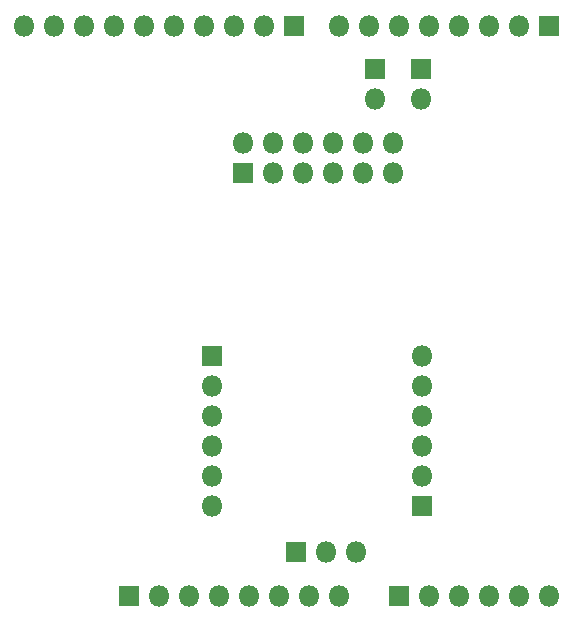
<source format=gbs>
G04 #@! TF.GenerationSoftware,KiCad,Pcbnew,5.1.5*
G04 #@! TF.CreationDate,2020-04-17T15:56:53+02:00*
G04 #@! TF.ProjectId,rpi_mrf_radio_shield,7270695f-6d72-4665-9f72-6164696f5f73,rev?*
G04 #@! TF.SameCoordinates,Original*
G04 #@! TF.FileFunction,Soldermask,Bot*
G04 #@! TF.FilePolarity,Negative*
%FSLAX46Y46*%
G04 Gerber Fmt 4.6, Leading zero omitted, Abs format (unit mm)*
G04 Created by KiCad (PCBNEW 5.1.5) date 2020-04-17 15:56:53*
%MOMM*%
%LPD*%
G04 APERTURE LIST*
%ADD10R,1.801600X1.801600*%
%ADD11O,1.801600X1.801600*%
G04 APERTURE END LIST*
D10*
X162001100Y-136113600D03*
D11*
X164541100Y-136113600D03*
X167081100Y-136113600D03*
X169621100Y-136113600D03*
X172161100Y-136113600D03*
X174701100Y-136113600D03*
D10*
X146176900Y-115793600D03*
D11*
X146176900Y-118333600D03*
X146176900Y-120873600D03*
X146176900Y-123413600D03*
X146176900Y-125953600D03*
X146176900Y-128493600D03*
X163956900Y-115793600D03*
X163956900Y-118333600D03*
X163956900Y-120873600D03*
X163956900Y-123413600D03*
X163956900Y-125953600D03*
D10*
X163956900Y-128493600D03*
D11*
X159969100Y-94076600D03*
D10*
X159969100Y-91536600D03*
X139141100Y-136113600D03*
D11*
X141681100Y-136113600D03*
X144221100Y-136113600D03*
X146761100Y-136113600D03*
X149301100Y-136113600D03*
X151841100Y-136113600D03*
X154381100Y-136113600D03*
X156921100Y-136113600D03*
D10*
X153111100Y-87853600D03*
D11*
X150571100Y-87853600D03*
X148031100Y-87853600D03*
X145491100Y-87853600D03*
X142951100Y-87853600D03*
X140411100Y-87853600D03*
X137871100Y-87853600D03*
X135331100Y-87853600D03*
X132791100Y-87853600D03*
X130251100Y-87853600D03*
D10*
X174701100Y-87853600D03*
D11*
X172161100Y-87853600D03*
X169621100Y-87853600D03*
X167081100Y-87853600D03*
X164541100Y-87853600D03*
X162001100Y-87853600D03*
X159461100Y-87853600D03*
X156921100Y-87853600D03*
D10*
X148729600Y-100299600D03*
D11*
X148729600Y-97759600D03*
X151269600Y-100299600D03*
X151269600Y-97759600D03*
X153809600Y-100299600D03*
X153809600Y-97759600D03*
X156349600Y-100299600D03*
X156349600Y-97759600D03*
X158889600Y-100299600D03*
X158889600Y-97759600D03*
X161429600Y-100299600D03*
X161429600Y-97759600D03*
X163829900Y-94076600D03*
D10*
X163829900Y-91536600D03*
X153285100Y-132430600D03*
D11*
X155825100Y-132430600D03*
X158365100Y-132430600D03*
M02*

</source>
